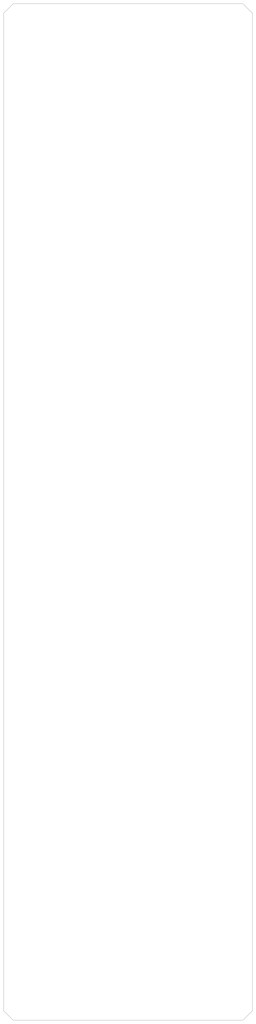
<source format=kicad_pcb>
(kicad_pcb (version 20211014) (generator pcbnew)

  (general
    (thickness 1.6062)
  )

  (paper "A4")
  (layers
    (0 "F.Cu" signal)
    (1 "In1.Cu" signal)
    (2 "In2.Cu" signal)
    (31 "B.Cu" signal)
    (32 "B.Adhes" user "B.Adhesive")
    (33 "F.Adhes" user "F.Adhesive")
    (34 "B.Paste" user)
    (35 "F.Paste" user)
    (36 "B.SilkS" user "B.Silkscreen")
    (37 "F.SilkS" user "F.Silkscreen")
    (38 "B.Mask" user)
    (39 "F.Mask" user)
    (40 "Dwgs.User" user "User.Drawings")
    (41 "Cmts.User" user "User.Comments")
    (42 "Eco1.User" user "User.Eco1")
    (43 "Eco2.User" user "User.Eco2")
    (44 "Edge.Cuts" user)
    (45 "Margin" user)
    (46 "B.CrtYd" user "B.Courtyard")
    (47 "F.CrtYd" user "F.Courtyard")
    (48 "B.Fab" user)
    (49 "F.Fab" user)
    (50 "User.1" user)
    (51 "User.2" user)
    (52 "User.3" user)
    (53 "User.4" user)
    (54 "User.5" user)
    (55 "User.6" user)
    (56 "User.7" user)
    (57 "User.8" user)
    (58 "User.9" user)
  )

  (setup
    (stackup
      (layer "F.SilkS" (type "Top Silk Screen") (color "White"))
      (layer "F.Paste" (type "Top Solder Paste"))
      (layer "F.Mask" (type "Top Solder Mask") (color "Black") (thickness 0.01))
      (layer "F.Cu" (type "copper") (thickness 0.035))
      (layer "dielectric 1" (type "prepreg") (thickness 0.2104) (material "FR4") (epsilon_r 4.5) (loss_tangent 0.02))
      (layer "In1.Cu" (type "copper") (thickness 0.0152))
      (layer "dielectric 2" (type "core") (thickness 1.065) (material "FR4") (epsilon_r 4.5) (loss_tangent 0.02))
      (layer "In2.Cu" (type "copper") (thickness 0.0152))
      (layer "dielectric 3" (type "prepreg") (thickness 0.2104) (material "FR4") (epsilon_r 4.5) (loss_tangent 0.02))
      (layer "B.Cu" (type "copper") (thickness 0.035))
      (layer "B.Mask" (type "Bottom Solder Mask") (color "Black") (thickness 0.01))
      (layer "B.Paste" (type "Bottom Solder Paste"))
      (layer "B.SilkS" (type "Bottom Silk Screen") (color "White"))
      (copper_finish "None")
      (dielectric_constraints no)
    )
    (pad_to_mask_clearance 0)
    (aux_axis_origin 126 21)
    (grid_origin 146 41)
    (pcbplotparams
      (layerselection 0x00010fc_ffffffff)
      (disableapertmacros false)
      (usegerberextensions false)
      (usegerberattributes true)
      (usegerberadvancedattributes true)
      (creategerberjobfile true)
      (svguseinch false)
      (svgprecision 6)
      (excludeedgelayer true)
      (plotframeref false)
      (viasonmask false)
      (mode 1)
      (useauxorigin false)
      (hpglpennumber 1)
      (hpglpenspeed 20)
      (hpglpendiameter 15.000000)
      (dxfpolygonmode true)
      (dxfimperialunits true)
      (dxfusepcbnewfont true)
      (psnegative false)
      (psa4output false)
      (plotreference true)
      (plotvalue true)
      (plotinvisibletext false)
      (sketchpadsonfab false)
      (subtractmaskfromsilk false)
      (outputformat 1)
      (mirror false)
      (drillshape 1)
      (scaleselection 1)
      (outputdirectory "")
    )
  )

  (net 0 "")

  (gr_poly
    (pts
      (xy 165.5 23)
      (xy 165.5 179)
      (xy 164 180.5)
      (xy 128 180.5)
      (xy 126.5 179)
      (xy 126.5 23)
      (xy 128 21.5)
      (xy 164 21.5)
    ) (layer "Edge.Cuts") (width 0.1) (fill none) (tstamp ae85af8d-0385-40e0-a15e-890a063431b3))
  (gr_circle (center 133.3 33.38) (end 133.3 32.11) (layer "User.1") (width 0.15) (fill none) (tstamp 002d9934-c8f6-4e33-bbc3-e9234f6189f4))
  (gr_circle (center 148.54 68.3) (end 149.81 68.3) (layer "User.1") (width 0.15) (fill none) (tstamp 01fcb317-5b01-4c40-9ebd-bfa753a1aaf7))
  (gr_circle (center 158.7 46.08) (end 158.7 44.81) (layer "User.1") (width 0.15) (fill none) (tstamp 023e83de-af62-4d05-a9a3-fa97a16d3291))
  (gr_circle (center 133.3 51.16) (end 133.3 49.89) (layer "User.1") (width 0.15) (fill none) (tstamp 028b0f3f-9b95-415f-9806-a2012f466759))
  (gr_circle (center 151.08 53.7) (end 152.35 53.7) (layer "User.1") (width 0.15) (fill none) (tstamp 04d8c0b9-fd28-4312-95c2-58e88c5ac9b0))
  (gr_circle (center 153.62 28.3) (end 154.89 28.3) (layer "User.1") (width 0.15) (fill none) (tstamp 076857b1-b885-4a0b-8db3-60dcff1d111c))
  (gr_rect (start 157.43 52.43) (end 159.97 29.57) (layer "User.1") (width 0.15) (fill none) (tstamp 07b1ed44-9a28-4334-8e8d-8bd4b53f5e8d))
  (gr_circle (center 146 28.3) (end 147.27 28.3) (layer "User.1") (width 0.15) (fill none) (tstamp 0a318eb1-a61a-42cf-b009-c5111886aae9))
  (gr_circle (center 151.08 108.3) (end 152.35 108.3) (layer "User.1") (width 0.15) (fill none) (tstamp 0b26210c-10da-49b0-b6ba-0deaa3ac969a))
  (gr_circle (center 158.7 166.08) (end 158.7 164.81) (layer "User.1") (width 0.15) (fill none) (tstamp 0bb2a94b-363f-4632-8468-e0921f2db11e))
  (gr_circle (center 158.7 168.62) (end 158.7 167.35) (layer "User.1") (width 0.15) (fill none) (tstamp 0bd387d7-9299-4509-bf6b-9550cd9f3966))
  (gr_circle (center 146 68.3) (end 147.27 68.3) (layer "User.1") (width 0.15) (fill none) (tstamp 0e1b9992-1991-4200-b852-e6c142c03c22))
  (gr_circle (center 158.7 38.46) (end 158.7 37.19) (layer "User.1") (width 0.15) (fill none) (tstamp 0f080dfc-c990-4358-9955-cc56dfa127d9))
  (gr_circle (center 158.7 48.62) (end 158.7 47.35) (layer "User.1") (width 0.15) (fill none) (tstamp 0fa87829-a054-48e5-9f01-293522c3a902))
  (gr_circle (center 158.7 153.38) (end 158.7 152.11) (layer "User.1") (width 0.15) (fill none) (tstamp 10304820-7502-471a-9246-fd1f10d4e363))
  (gr_circle (center 158.7 155.92) (end 158.7 154.65) (layer "User.1") (width 0.15) (fill none) (tstamp 12a811b6-a6be-4467-83eb-7bd939bf21c3))
  (gr_circle (center 146 53.7) (end 147.27 53.7) (layer "User.1") (width 0.15) (fill none) (tstamp 149e3321-4867-4c96-932a-aa4b94134f02))
  (gr_circle (center 140.92 148.3) (end 142.19 148.3) (layer "User.1") (width 0.15) (fill none) (tstamp 18b23273-ced4-4b0b-b6e9-2fabe9e9326d))
  (gr_circle (center 133.3 83.54) (end 133.3 82.27) (layer "User.1") (width 0.15) (fill none) (tstamp 1927e8f7-d5b7-4775-a413-4feba3d32daf))
  (gr_circle (center 133.3 128.62) (end 133.3 127.35) (layer "User.1") (width 0.15) (fill none) (tstamp 1a7032c8-efcb-4cc6-b884-c5aec6b45a52))
  (gr_rect (start 132.03 172.43) (end 134.57 149.57) (layer "User.1") (width 0.15) (fill none) (tstamp 1bcd8851-c80a-47e4-9dd3-ae109678d915))
  (gr_circle (center 158.7 35.92) (end 158.7 34.65) (layer "User.1") (width 0.15) (fill none) (tstamp 1cce4635-2dc7-4081-841c-9950002cf8f4))
  (gr_circle (center 158.7 128.62) (end 158.7 127.35) (layer "User.1") (width 0.15) (fill none) (tstamp 1d3156e4-6f93-4e48-99ab-baf95c0cd233))
  (gr_circle (center 158.7 110.84) (end 158.7 109.57) (layer "User.1") (width 0.15) (fill none) (tstamp 1df3532c-2a29-489b-a2b8-fe6517737b2a))
  (gr_circle (center 138.38 53.7) (end 139.65 53.7) (layer "User.1") (width 0.15) (fill none) (tstamp 2078dde6-d398-4942-9624-11a7540c015e))
  (gr_circle (center 133.3 115.92) (end 133.3 114.65) (layer "User.1") (width 0.15) (fill none) (tstamp 222fa9f9-d1ff-460e-8d72-35ebeeebc3ff))
  (gr_circle (center 158.7 115.92) (end 158.7 114.65) (layer "User.1") (width 0.15) (fill none) (tstamp 24531c32-f560-44b7-bd2b-854a91c5035c))
  (gr_circle (center 158.7 51.16) (end 158.7 49.89) (layer "User.1") (width 0.15) (fill none) (tstamp 2876169e-b1c0-4fe0-9f2f-692cd4336b6b))
  (gr_circle (center 133.3 163.54) (end 133.3 162.27) (layer "User.1") (width 0.15) (fill none) (tstamp 29de83a1-0f13-470b-bf72-d80baca7d295))
  (gr_circle (center 143.46 133.7) (end 144.73 133.7) (layer "User.1") (width 0.15) (fill none) (tstamp 2a6147c7-e0f7-4536-be2a-c47a3e468b6f))
  (gr_circle (center 133.3 126.08) (end 133.3 124.81) (layer "User.1") (width 0.15) (fill none) (tstamp 2cf0fd2f-c2f0-4df6-8a21-1d4c3bd97181))
  (gr_circle (center 151.08 133.7) (end 152.35 133.7) (layer "User.1") (width 0.15) (fill none) (tstamp 2d06fbf0-f12a-4875-888b-5ed99314b6f7))
  (gr_circle (center 133.3 70.84) (end 133.3 69.57) (layer "User.1") (width 0.15) (fill none) (tstamp 2df14e6f-70d3-4aef-8c36-73427fa48a03))
  (gr_circle (center 140.92 68.3) (end 142.19 68.3) (layer "User.1") (width 0.15) (fill none) (tstamp 2ed0a638-b1fc-442a-aaf4-ccaa308a28d4))
  (gr_circle (center 158.7 78.46) (end 158.7 77.19) (layer "User.1") (width 0.15) (fill none) (tstamp 305def08-3718-4934-bdea-2038a6f4d415))
  (gr_circle (center 153.62 68.3) (end 154.89 68.3) (layer "User.1") (width 0.15) (fill none) (tstamp 32d30690-6893-40b2-9065-b5ac7ae21573))
  (gr_circle (center 133.3 81) (end 133.3 79.73) (layer "User.1") (width 0.15) (fill none) (tstamp 335b0821-c55f-4d51-a346-de4e407fe1e0))
  (gr_circle (center 133.3 91.16) (end 133.3 89.89) (layer "User.1") (width 0.15) (fill none) (tstamp 35c43ec2-23e1-4e3d-ae42-35cdfeaf0349))
  (gr_circle (center 143.46 148.3) (end 144.73 148.3) (layer "User.1") (width 0.15) (fill none) (tstamp 3665b21d-bebc-4f41-97d0-5b7ee5ef0a32))
  (gr_circle (center 138.38 173.7) (end 139.65 173.7) (layer "User.1") (width 0.15) (fill none) (tstamp 3697100a-9075-4216-923d-e24761d7d254))
  (gr_circle (center 133.3 123.54) (end 133.3 122.27) (layer "User.1") (width 0.15) (fill none) (tstamp 373878bb-cb17-46d0-b95b-91db6f685a7c))
  (gr_circle (center 133.3 118.46) (end 133.3 117.19) (layer "User.1") (width 0.15) (fill none) (tstamp 38ab934b-0b25-4f1b-bfe3-be9a83c0dd38))
  (gr_circle (center 143.46 93.7) (end 144.73 93.7) (layer "User.1") (width 0.15) (fill none) (tstamp 3af6794c-0cc6-48ea-a3ae-101a67eeba25))
  (gr_circle (center 133.3 153.38) (end 133.3 152.11) (layer "User.1") (width 0.15) (fill none) (tstamp 3cd0ad42-1ad2-4998-95b7-328afe8b0864))
  (gr_circle (center 153.62 148.3) (end 154.89 148.3) (layer "User.1") (width 0.15) (fill none) (tstamp 4326ef9f-6cad-47d6-879f-9f63312daf12))
  (gr_circle (center 158.7 121) (end 158.7 119.73) (layer "User.1") (width 0.15) (fill none) (tstamp 435f1686-7205-4c85-9717-b12fe84c3fa1))
  (gr_circle (center 135.84 28.3) (end 137.11 28.3) (layer "User.1") (width 0.15) (fill none) (tstamp 44fa9f65-2477-41eb-bd00-685a78d765d1))
  (gr_circle (center 146 148.3) (end 147.27 148.3) (layer "User.1") (width 0.15) (fill none) (tstamp 47e20820-b202-4dbd-8f76-87103cfa5ff7))
  (gr_circle (center 158.7 70.84) (end 158.7 69.57) (layer "User.1") (width 0.15) (fill none) (tstamp 4a01c662-0113-4f4f-8980-e377a16c15fb))
  (gr_circle (center 148.54 93.7) (end 149.81 93.7) (layer "User.1") (width 0.15) (fill none) (tstamp 4a26ddf4-8c2b-4182-9cd8-b1f5a342eb45))
  (gr_circle (center 158.7 91.16) (end 158.7 89.89) (layer "User.1") (width 0.15) (fill none) (tstamp 4a772c62-4492-48e1-9224-86d186687b87))
  (gr_circle (center 158.7 41) (end 158.7 39.73) (layer "User.1") (width 0.15) (fill none) (tstamp 4bbf8134-0015-49ac-9a22-521d8c5dcfe2))
  (gr_circle (center 148.54 108.3) (end 149.81 108.3) (layer "User.1") (width 0.15) (fill none) (tstamp 4f7e8f11-fb88-4063-880e-7db9250baeec))
  (gr_rect (start 134.57 132.43) (end 157.43 134.97) (layer "User.1") (width 0.15) (fill none) (tstamp 4f8f5f58-5aa1-4473-b7de-7ee0fa916aa1))
  (gr_circle (center 158.7 131.16) (end 158.7 129.89) (layer "User.1") (width 0.15) (fill none) (tstamp 504eb16d-9d6a-4114-9cf5-bf15aebcdfce))
  (gr_circle (center 138.38 133.7) (end 139.65 133.7) (layer "User.1") (width 0.15) (fill none) (tstamp 5064c975-dc57-4ebe-8f55-df218a22dbc8))
  (gr_circle (center 146 93.7) (end 147.27 93.7) (layer "User.1") (width 0.15) (fill none) (tstamp 52dff273-b57c-4bd9-b7ea-91e8609c6fd0))
  (gr_rect (start 134.57 172.43) (end 157.43 174.97) (layer "User.1") (width 0.15) (fill none) (tstamp 596fcd6b-c009-4636-9559-9e10738a9391))
  (gr_circle (center 135.84 148.3) (end 137.11 148.3) (layer "User.1") (width 0.15) (fill none) (tstamp 59ebcf38-d006-44a4-8d83-12196b44c037))
  (gr_circle (center 158.7 33.38) (end 158.7 32.11) (layer "User.1") (width 0.15) (fill none) (tstamp 5badb200-b537-4b1f-bcd7-e268c39a42cb))
  (gr_circle (center 135.84 93.7) (end 137.11 93.7) (layer "User.1") (width 0.15) (fill none) (tstamp 5c0936bd-5304-427b-ba2f-dec9faded64c))
  (gr_circle (center 133.3 35.92) (end 133.3 34.65) (layer "User.1") (width 0.15) (fill none) (tstamp 5ece3abc-14df-4e17-aea3-74d7874b2172))
  (gr_circle (center 133.3 110.84) (end 133.3 109.57) (layer "User.1") (width 0.15) (fill none) (tstamp 6050dfcc-2122-4a07-baaa-2bba2f6b8306))
  (gr_circle (center 148.54 148.3) (end 149.81 148.3) (layer "User.1") (width 0.15) (fill none) (tstamp 617678aa-a148-45bf-9372-49c6b6d54bfc))
  (gr_circle (center 158.7 126.08) (end 158.7 124.81) (layer "User.1") (width 0.15) (fill none) (tstamp 649bcce4-c03b-4967-9ac1-d71d06e905a0))
  (gr_circle (center 133.3 171.16) (end 133.3 169.89) (layer "User.1") (width 0.15) (fill none) (tstamp 661a83b3-43f9-491a-9a94-917db64e9082))
  (gr_circle (center 148.54 53.7) (end 149.81 53.7) (layer "User.1") (width 0.15) (fill none) (tstamp 68da07ad-f184-46b8-81b5-0ab2e762cfa2))
  (gr_circle (center 140.92 28.3) (end 142.19 28.3) (layer "User.1") (width 0.15) (fill none) (tstamp 6affb22c-39ed-426b-b47f-6b5673049261))
  (gr_circle (center 133.3 46.08) (end 133.3 44.81) (layer "User.1") (width 0.15) (fill none) (tstamp 6cbe0dbf-de1b-4f78-a3bd-0e61028b2bd0))
  (gr_circle (center 158.7 161) (end 158.7 159.73) (layer "User.1") (width 0.15) (fill none) (tstamp 6ce505d2-97f8-46c3-930f-dc3cc47ab3bb))
  (gr_circle (center 133.3 78.46) (end 133.3 77.19) (layer "User.1") (width 0.15) (fill none) (tstamp 6cf199cf-d473-45e7-b5d9-64c9b6532f2f))
  (gr_circle (center 133.3 168.62) (end 133.3 167.35) (layer "User.1") (width 0.15) (fill none) (tstamp 6fde3a4f-0249-4d16-9954-971281e2ff38))
  (gr_circle (center 156.16 148.3) (end 157.43 148.3) (layer "User.1") (width 0.15) (fill none) (tstamp 744a288a-7785-441e-8b0b-9291a63d238a))
  (gr_circle (center 133.3 43.54) (end 133.3 42.27) (layer "User.1") (width 0.15) (fill none) (tstamp 7535a7f5-e263-48a8-9037-6f2fa1d8af9c))
  (gr_rect (start 134.57 67.03) (end 157.43 69.57) (layer "User.1") (width 0.15) (fill none) (tstamp 76c02e84-b8dd-469d-9edb-7f90ce60c5b2))
  (gr_circle (center 158.7 30.84) (end 158.7 29.57) (layer "User.1") (width 0.15) (fill none) (tstamp 7935eebc-b9ea-4d3b-8779-d785a97d723c))
  (gr_rect (start 134.57 147.03) (end 157.43 149.57) (layer "User.1") (width 0.15) (fill none) (tstamp 79c1279d-8267-46b1-be8a-c8440e451c85))
  (gr_rect (start 134.57 27.03) (end 157.43 29.57) (layer "User.1") (width 0.15) (fill none) (tstamp 7cb26442-f4ad-44e3-9b68-d4cce9e4f608))
  (gr_circle (center 156.16 108.3) (end 157.43 108.3) (layer "User.1") (width 0.15) (fill none) (tstamp 7d3354c9-8c50-404c-ad26-63b19d699d54))
  (gr_circle (center 140.92 108.3) (end 142.19 108.3) (layer "User.1") (width 0.15) (fill none) (tstamp 7d8e08fc-123a-4e97-b83c-5e7a1b696f8c))
  (gr_circle (center 138.38 108.3) (end 139.65 108.3) (layer "User.1") (width 0.15) (fill none) (tstamp 7dd67131-d3bf-4832-a74b-1411e7473fac))
  (gr_rect (start 157.43 172.43) (end 159.97 149.57) (layer "User.1") (width 0.15) (fill none) (tstamp 7e741a24-a62f-456b-ad22-52f92f4ad9a9))
  (gr_circle (center 135.84 173.7) (end 137.11 173.7) (layer "User.1") (width 0.15) (fill none) (tstamp 7ee6bd18-38f3-4a8a-8082-0a8257d5fb56))
  (gr_circle (center 158.7 88.62) (end 158.7 87.35) (layer "User.1") (width 0.15) (fill none) (tstamp 7f65594f-35da-4ef5-a019-4ea62e590dbd))
  (gr_circle (center 133.3 121) (end 133.3 119.73) (layer "User.1") (width 0.15) (fill none) (tstamp 803ce9d1-2df5-4eb8-be23-89d642af0855))
  (gr_circle (center 133.3 73.38) (end 133.3 72.11) (layer "User.1") (width 0.15) (fill none) (tstamp 805eb3c2-752b-4d66-a23a-d6a673bb8ab8))
  (gr_circle (center 133.3 75.92) (end 133.3 74.65) (layer "User.1") (width 0.15) (fill none) (tstamp 81870592-36cb-4aaf-9b86-33dd4ec4c312))
  (gr_circle (center 158.7 118.46) (end 158.7 117.19) (layer "User.1") (width 0.15) (fill none) (tstamp 81d06890-c3d1-4234-94b6-6f9f49540b9e))
  (gr_circle (center 158.7 150.84) (end 158.7 149.57) (layer "User.1") (width 0.15) (fill none) (tstamp 82a85a7c-57e4-44a0-aa1e-94490d94dce5))
  (gr_circle (center 151.08 148.3) (end 152.35 148.3) (layer "User.1") (width 0.15) (fill none) (tstamp 882d6bad-1fb2-4b03-8786-fb5569f52394))
  (gr_circle (center 146 173.7) (end 147.27 173.7) (layer "User.1") (width 0.15) (fill none) (tstamp 8c96ce03-cfe4-474a-b6e1-d8f17f2da9a5))
  (gr_circle (center 158.7 113.38) (end 158.7 112.11) (layer "User.1") (width 0.15) (fill none) (tstamp 8f063730-f4a8-4c7a-ace8-04b319e15b0b))
  (gr_rect (start 132.03 132.43) (end 134.57 109.57) (layer "User.1") (width 0.15) (fill none) (tstamp 8f9c6c51-37f9-4b5e-a899-3b62bd2f759f))
  (gr_rect (start 134.57 107.03) (end 157.43 109.57) (layer "User.1") (width 0.15) (fill none) (tstamp 92664f74-a286-4ae9-ac8d-4a5a073d4af4))
  (gr_circle (center 133.3 150.84) (end 133.3 149.57) (layer "User.1") (width 0.15) (fill none) (tstamp 93047044-d27f-40e3-81c6-d2af02916596))
  (gr_circle (center 158.7 158.46) (end 158.7 157.19) (layer "User.1") (width 0.15) (fill none) (tstamp 951d2921-d836-4424-af7d-93c8ad151626))
  (gr_circle (center 133.3 113.38) (end 133.3 112.11) (layer "User.1") (width 0.15) (fill none) (tstamp 956632ec-efd4-4de8-ba2e-abad2c31f7d1))
  (gr_circle (center 133.3 155.92) (end 133.3 154.65) (layer "User.1") (width 0.15) (fill none) (tstamp 99c224fe-0f9e-455e-baf2-9bdb35c175bf))
  (gr_circle (center 138.38 68.3) (end 139.65 68.3) (layer "User.1") (width 0.15) (fill none) (tstamp 9aaba86e-ce29-49d9-900e-3e9630e4e7d9))
  (gr_circle (center 156.16 53.7) (end 157.43 53.7) (layer "User.1") (width 0.15) (fill none) (tstamp 9be582bc-40ea-4803-bfa0-585998db1641))
  (gr_circle (center 135.84 108.3) (end 137.11 108.3) (layer "User.1") (width 0.15) (fill none) (tstamp 9ddefcdb-e23b-4f2c-8c16-c70394d9a604))
  (gr_circle (center 158.7 163.54) (end 158.7 162.27) (layer "User.1") (width 0.15) (fill none) (tstamp 9e44be9d-53ec-4048-9539-96c364478092))
  (gr_circle (center 140.92 173.7) (end 142.19 173.7) (layer "User.1") (width 0.15) (fill none) (tstamp 9e631a73-d41f-449b-b76a-26ea034a27e8))
  (gr_circle (center 156.16 28.3) (end 157.43 28.3) (layer "User.1") (width 0.15) (fill none) (tstamp 9e8812a0-35e6-4a8e-8963-f33111361433))
  (gr_circle (center 133.3 161) (end 133.3 159.73) (layer "User.1") (width 0.15) (fill none) (tstamp a0f6265c-959f-4745-83ef-46c2be5bfed9))
  (gr_rect (start 157.43 92.43) (end 159.97 69.57) (layer "User.1") (width 0.15) (fill none) (tstamp a489e066-ff42-4f36-8422-e95dcfe2bad0))
  (gr_circle (center 158.7 43.54) (end 158.7 42.27) (layer "User.1") (width 0.15) (fill none) (tstamp a873b4ec-14ed-4f61-bb24-0bdc2f47ccc2))
  (gr_circle (center 135.84 133.7) (end 137.11 133.7) (layer "User.1") (width 0.15) (fill none) (tstamp aae7186f-7f02-4b7b-983f-dcb1bda69523))
  (gr_circle (center 140.92 133.7) (end 142.19 133.7) (layer "User.1") (width 0.15) (fill none) (tstamp b11f1ccb-1c76-4206-a464-a157e27d51aa))
  (gr_circle (center 140.92 93.7) (end 142.19 93.7) (layer "User.1") (width 0.15) (fill none) (tstamp b2e7d780-c72c-434f-a7a3-a549cc9b6ea2))
  (gr_circle (center 146 108.3) (end 147.27 108.3) (layer "User.1") (width 0.15) (fill none) (tstamp b4ef57d6-2281-4224-94e3-15f23f1d70ab))
  (gr_circle (center 148.54 173.7) (end 149.81 173.7) (layer "User.1") (width 0.15) (fill none) (tstamp b88e7001-df7a-4838-8d4a-8ffed8cd842e))
  (gr_circle (center 151.08 93.7) (end 152.35 93.7) (layer "User.1") (width 0.15) (fill none) (tstamp ba51a0be-73db-4237-b3a0-2c55e01d994a))
  (gr_circle (center 133.3 158.46) (end 133.3 157.19) (layer "User.1") (width 0.15) (fill none) (tstamp bc8b70bd-04ef-4752-a5a4-0ea8c473ced1))
  (gr_circle (center 133.3 38.46) (end 133.3 37.19) (layer "User.1") (width 0.15) (fill none) (tstamp bd0209be-e7ea-42a5-96b3-d808e4806df1))
  (gr_circle (center 135.84 68.3) (end 137.11 68.3) (layer "User.1") (width 0.15) (fill none) (tstamp bf8ee4a5-66a4-4af5-8c91-c97d383c1888))
  (gr_rect (start 132.03 52.43) (end 134.57 29.57) (layer "User.1") (width 0.15) (fill none) (tstamp c24d159b-5367-47b4-8355-4e8aa4aff730))
  (gr_circle (center 158.7 73.38) (end 158.7 72.11) (layer "User.1") (width 0.15) (fill none) (tstamp c63701e2-87c9-458c-bb0c-6abf22525995))
  (gr_circle (center 156.16 68.3) (end 157.43 68.3) (layer "User.1") (width 0.15) (fill none) (tstamp c72e3dd2-8443-4ba4-99fb-17cad6b0ff97))
  (gr_circle (center 133.3 41) (end 133.3 39.73) (layer "User.1") (width 0.15) (fill none) (tstamp c8472d16-18c1-4c53-a380-ba42c968dc4f))
  (gr_circle (center 156.16 173.7) (end 157.43 173.7) (layer "User.1") (width 0.15) (fill none) (tstamp c962ec98-a207-4df5-a207-f0a15071a64a))
  (gr_circle (center 158.7 86.08) (end 158.7 84.81) (layer "User.1") (width 0.15) (fill none) (tstamp cbca6088-799b-48bf-b298-cb70ef89203e))
  (gr_circle (center 140.92 53.7) (end 142.19 53.7) (layer "User.1") (width 0.15) (fill none) (tstamp cd7e8386-9233-4658-8804-b9f559c92d3a))
  (gr_circle (center 138.38 148.3) (end 139.65 148.3) (layer "User.1") (width 0.15) (fill none) (tstamp ce5d8b98-b418-4f79-af48-43e32c0c53de))
  (gr_circle (center 146 133.7) (end 147.27 133.7) (layer "User.1") (width 0.15) (fill none) (tstamp ce721b1c-54f4-4a82-b48d-a900f380d974))
  (gr_circle (center 158.7 171.16) (end 158.7 169.89) (layer "User.1") (width 0.15) (fill none) (tstamp ceb8ba2b-db54-4efa-8399-47ad6912a76f))
  (gr_rect (start 134.57 52.43) (end 157.43 54.97) (layer "User.1") (width 0.15) (fill none) (tstamp cfdd9c0d-cd37-439a-909d-b8a2edd51242))
  (gr_circle (center 133.3 48.62) (end 133.3 47.35) (layer "User.1") (width 0.15) (fill none) (tstamp d05f3ed3-02e5-403a-b38e-46d4cc9c20c5))
  (gr_circle (center 143.46 108.3) (end 144.73 108.3) (layer "User.1") (width 0.15) (fill none) (tstamp d24ff043-407b-42c8-8296-3fca8d5f0f35))
  (gr_circle (center 151.08 173.7) (end 152.35 173.7) (layer "User.1") (width 0.15) (fill none) (tstamp d3efe9a0-557f-4d48-b993-a6fd49278662))
  (gr_circle (center 156.16 93.7) (end 157.43 93.7) (layer "User.1") (width 0.15) (fill none) (tstamp d7593d5d-08e8-4843-b8be-95911e33988b))
  (gr_rect (start 134.57 92.43) (end 157.43 94.97) (layer "User.1") (width 0.15) (fill none) (tstamp d7950417-61bb-40bc-9166-f10117d3e63a))
  (gr_circle (center 133.3 131.16) (end 133.3 129.89) (layer "User.1") (width 0.15) (fill none) (tstamp d7ef6afe-84c2-412d-add9-2c79805a05d9))
  (gr_circle (center 151.08 28.3) (end 152.35 28.3) (layer "User.1") (width 0.15) (fill none) (tstamp d9a6595b-93c6-4120-9036-60ddaba5e740))
  (gr_circle (center 143.46 53.7) (end 144.73 53.7) (layer "User.1") (width 0.15) (fill none) (tstamp da0b77f4-2fe0-45a0-972c-c860bad039b8))
  (gr_circle (center 158.7 75.92) (end 158.7 74.65) (layer "User.1") (width 0.15) (fill none) (tstamp da11a8dd-4697-4add-9db9-dafc4c1da2c7))
  (gr_circle (center 133.3 88.62) (end 133.3 87.35) (layer "User.1") (width 0.15) (fill none) (tstamp dd90c149-9fd7-4c65-bf96-7fe431837f3e))
  (gr_circle (center 158.7 81) (end 158.7 79.73) (layer "User.1") (width 0.15) (fill none) (tstamp df259311-2c0c-451f-98ad-4784b244c7f0))
  (gr_circle (center 158.7 83.54) (end 158.7 82.27) (layer "User.1") (width 0.15) (fill none) (tstamp e2015bc5-1655-4c83-86a1-7f11661bbfe7))
  (gr_circle (center 133.3 30.84) (end 133.3 29.57) (layer "User.1") (width 0.15) (fill none) (tstamp e415ddc3-c0dc-4555-9b92-4db24d3eff2a))
  (gr_circle (center 133.3 86.08) (end 133.3 84.81) (layer "User.1") (width 0.15) (fill none) (tstamp e53a7e4c-4be8-4f2a-951b-d0aabd0d66d0))
  (gr_circle (center 153.62 108.3) (end 154.89 108.3) (layer "User.1") (width 0.15) (fill none) (tstamp e845a7c5-6f65-4671-846d-603445aec4be))
  (gr_circle (center 143.46 28.3) (end 144.73 28.3) (layer "User.1") (width 0.15) (fill none) (tstamp e88a8610-76d0-4116-8deb-41226f89eed9))
  (gr_circle (center 138.38 28.3) (end 139.65 28.3) (layer "User.1") (width 0.15) (fill none) (tstamp ea411cba-c717-419a-b472-28a0a978c8f5))
  (gr_circle (center 153.62 173.7) (end 154.89 173.7) (layer "User.1") (width 0.15) (fill none) (tstamp ecfbb02b-9521-498c-b175-c31b05fb1a2c))
  (gr_circle (center 148.54 28.3) (end 149.81 28.3) (layer "User.1") (width 0.15) (fill none) (tstamp ee2f96be-c55e-4f5c-bf83-f64f42267ff8))
  (gr_circle (center 138.38 93.7) (end 139.65 93.7) (layer "User.1") (width 0.15) (fill none) (tstamp f0f5cb0d-6ca6-464a-8e2a-b8b6d92990a4))
  (gr_circle (center 156.16 133.7) (end 157.43 133.7) (layer "User.1") (width 0.15) (fill none) (tstamp f1478a82-a6e4-4651-89d7-246e365420c5))
  (gr_circle (center 133.3 166.08) (end 133.3 164.81) (layer "User.1") (width 0.15) (fill none) (tstamp f2142bd4-28a0-41ee-bf62-471d5c006026))
  (gr_circle (center 135.84 53.7) (end 137.11 53.7) (layer "User.1") (width 0.15) (fill none) (tstamp f26cffa6-7cc2-4003-abc4-95d98abc5125))
  (gr_circle (center 143.46 68.3) (end 144.73 68.3) (layer "User.1") (width 0.15) (fill none) (tstamp f4a80ebb-1fe2-45f5-bc62-54113f6a059d))
  (gr_circle (center 143.46 173.7) (end 144.73 173.7) (layer "User.1") (width 0.15) (fill none) (tstamp f7a382de-bb0d-4c5a-8214-f8fd14385be0))
  (gr_circle (center 153.62 53.7) (end 154.89 53.7) (layer "User.1") (width 0.15) (fill none) (tstamp f8065909-de93-43f0-8e29-9be17bb14eaf))
  (gr_rect (start 132.03 92.43) (end 134.57 69.57) (layer "User.1") (width 0.15) (fill none) (tstamp f8565309-92b7-42c9-bba0-2b83730e0c4a))
  (gr_circle (center 153.62 93.7) (end 154.89 93.7) (layer "User.1") (width 0.15) (fill none) (tstamp f9815c9f-4cd8-4763-ae6d-c78e11b9f26f))
  (gr_circle (center 158.7 123.54) (end 158.7 122.27) (layer "User.1") (width 0.15) (fill none) (tstamp f9b9d399-3212-47fe-baea-916b073f3d81))
  (gr_circle (center 153.62 133.7) (end 154.89 133.7) (layer "User.1") (width 0.15) (fill none) (tstamp fb6f165c-19dd-4002-b8ef-f26ccdee0a57))
  (gr_circle (center 151.08 68.3) (end 152.35 68.3) (layer "User.1") (width 0.15) (fill none) (tstamp fb881089-e0ea-4396-a05a-bc7c0bfa2967))
  (gr_rect (start 157.43 132.43) (end 159.97 109.57) (layer "User.1") (width 0.15) (fill none) (tstamp fcd401e8-1fc9-448d-aef7-3755da48b370))
  (gr_circle (center 148.54 133.7) (end 149.81 133.7) (layer "User.1") (width 0.15) (fill none) (tstamp fd3b6fb4-1de0-48ab-b659-f11b924c07e7))
  (gr_rect (start 126 21) (end 166 61) (layer "User.8") (width 0.15) (fill none) (tstamp 1c83bd42-0034-452f-984c-359e4b56b0ac))
  (gr_rect (start 126 141) (end 166 181) (layer "User.8") (width 0.15) (fill none) (tstamp 4092fa4a-7404-4b9a-8c5d-fdf7f7348cc1))
  (gr_rect (start 126 101) (end 166 141) (layer "User.8") (width 0.15) (fill none) (tstamp bfacbf38-1cc2-43c4-aa33-98699178426f))
  (gr_rect (start 126 61) (end 166 101) (layer "User.8") (width 0.15) (fill none) (tstamp f8a9e49a-790d-45d6-9c74-7af5034f9820))
  (gr_text "SCL" (at 148.54 25.061428 270) (layer "User.1") (tstamp 00d84f7f-e019-43ee-a6f7-42af0584c70b)
    (effects (font (size 1.5 1) (thickness 0.2)))
  )
  (gr_text "GND" (at 162.37 150.84) (layer "User.1") (tstamp 041197c6-e057-4fd9-883f-e6b322108cb6)
    (effects (font (size 1.5 1) (thickness 0.2)))
  )
  (gr_text "SCLK" (at 153.62 177.867143 90) (layer "User.1") (tstamp 04595cbc-d36f-451d-a9c5-6ceaa7d07605)
    (effects (font (size 1.5 1) (thickness 0.2)))
  )
  (gr_text "GPIO" (at 162.608096 86.08) (layer "User.1") (tstamp 0488f17a-9f71-42b7-84ac-071d2e447056)
    (effects (font (size 1.5 1) (thickness 0.2)))
  )
  (gr_text "SCLK" (at 153.62 97.867143 90) (layer "User.1") (tstamp 059420cc-832b-4608-ae49-2d1f763488bf)
    (effects (font (size 1.5 1) (thickness 0.2)))
  )
  (gr_text "GND" (at 162.37 110.84) (layer "User.1") (tstamp 069eb022-4859-4ea9-99e2-33b43b84c969)
    (effects (font (size 1.5 1) (thickness 0.2)))
  )
  (gr_text "MISO" (at 151.08 97.795714 90) (layer "User.1") (tstamp 073898a4-604c-47a4-bda4-3fefbcbfd20d)
    (effects (font (size 1.5 1) (thickness 0.2)))
  )
  (gr_text "GND" (at 129.251905 91.16) (layer "User.1") (tstamp 078b8533-d5e2-46a1-8b9f-3a28a362eccb)
    (effects (font (size 1.5 1) (thickness 0.2)))
  )
  (gr_text "GND" (at 153.62 104.918571 270) (layer "User.1") (tstamp 0be7726c-32cd-4249-ab25-23a08146b06a)
    (effects (font (size 1.5 1) (thickness 0.2)))
  )
  (gr_text "SCLK" (at 128.894762 88.62) (layer "User.1") (tstamp 0eba5675-caef-44dc-a093-c949f3f50333)
    (effects (font (size 1.5 1) (thickness 0.2)))
  )
  (gr_text "GPIO" (at 151.08 104.680476 270) (layer "User.1") (tstamp 10272d79-c654-4f5c-a810-76b5d458b2ff)
    (effects (font (size 1.5 1) (thickness 0.2)))
  )
  (gr_text "SCL" (at 129.394762 38.46) (layer "User.1") (tstamp 12290910-e1c4-4f12-a089-9b99be24c1fc)
    (effects (font (size 1.5 1) (thickness 0.2)))
  )
  (gr_text "MISO" (at 151.08 57.795714 90) (layer "User.1") (tstamp 14eb863b-9320-40b7-bcfb-2820753e6985)
    (effects (font (size 1.5 1) (thickness 0.2)))
  )
  (gr_text "SCL" (at 162.227143 83.54) (layer "User.1") (tstamp 15a37a6b-edc7-47c8-a85a-99252a972345)
    (effects (font (size 1.5 1) (thickness 0.2)))
  )
  (gr_text "SCLK" (at 138.38 144.561428 270) (layer "User.1") (tstamp 1607b420-b201-4539-8e0d-dd2b2c76edd3)
    (effects (font (size 1.5 1) (thickness 0.2)))
  )
  (gr_text "GPIO" (at 140.92 57.748095 90) (layer "User.1") (tstamp 17d5c74d-93f8-4091-b7ac-e6caff4897b2)
    (effects (font (size 1.5 1) (thickness 0.2)))
  )
  (gr_text "GND" (at 156.16 137.51 90) (layer "User.1") (tstamp 181e1c6d-c5f0-4098-ae4d-3d83e76acf8b)
    (effects (font (size 1.5 1) (thickness 0.2)))
  )
  (gr_text "GPIO" (at 151.08 144.680476 270) (layer "User.1") (tstamp 1b6e74a1-0b75-4786-be6f-b7269e55043e)
    (effects (font (size 1.5 1) (thickness 0.2)))
  )
  (gr_text "MOSI" (at 162.655715 158.46) (layer "User.1") (tstamp 1c26f826-b7e6-42d5-be66-284bb0ba947e)
    (effects (font (size 1.5 1) (thickness 0.2)))
  )
  (gr_text "SDA" (at 146 25.037619 270) (layer "User.1") (tstamp 1e5a9261-1a2d-468e-87ac-6aadc251e151)
    (effects (font (size 1.5 1) (thickness 0.2)))
  )
  (gr_text "Vcc" (at 162.131905 51.16) (layer "User.1") (tstamp 1e8f8ce2-b17c-4b64-8fa7-6f1492c0551e)
    (effects (font (size 1.5 1) (thickness 0.2)))
  )
  (gr_text "MISO" (at 128.966191 166.08) (layer "User.1") (tstamp 2302c915-ca49-400b-b81a-aaed2b606807)
    (effects (font (size 1.5 1) (thickness 0.2)))
  )
  (gr_text "SDA" (at 129.370953 41) (layer "User.1") (tstamp 23b8c23a-2853-40c3-a53a-30fd914fa018)
    (effects (font (size 1.5 1) (thickness 0.2)))
  )
  (gr_text "MISO" (at 128.966191 46.08) (layer "User.1") (tstamp 24485594-06f1-4f4f-813a-edf2c9ea9d9c)
    (effects (font (size 1.5 1) (thickness 0.2)))
  )
  (gr_text "SDA" (at 146 177.390952 90) (layer "User.1") (tstamp 2565b6db-4e70-4794-9712-f0c49145b8dc)
    (effects (font (size 1.5 1) (thickness 0.2)))
  )
  (gr_text "SDA" (at 129.370953 81) (layer "User.1") (tstamp 257c4405-1b09-49f7-8223-d776d3dd946e)
    (effects (font (size 1.5 1) (thickness 0.2)))
  )
  (gr_text "SDA" (at 129.370953 161) (layer "User.1") (tstamp 267621c8-aa85-4d18-9ce9-0297b377fe1e)
    (effects (font (size 1.5 1) (thickness 0.2)))
  )
  (gr_text "GND" (at 129.251905 73.38) (layer "User.1") (tstamp 29f4f5f4-6aa1-472f-989b-3a6c5069a091)
    (effects (font (size 1.5 1) (thickness 0.2)))
  )
  (gr_text "MOSI" (at 143.46 64.632857 270) (layer "User.1") (tstamp 2a59d2c2-e329-406c-9c9f-77bf15bfb52d)
    (effects (font (size 1.5 1) (thickness 0.2)))
  )
  (gr_text "SDA" (at 162.250953 41) (layer "User.1") (tstamp 2bfbe799-3f9f-4879-91b2-b68af38a849c)
    (effects (font (size 1.5 1) (thickness 0.2)))
  )
  (gr_text "GND" (at 156.16 177.51 90) (layer "User.1") (tstamp 32131f9d-f8a3-45ac-963f-ec9f502eb77e)
    (effects (font (size 1.5 1) (thickness 0.2)))
  )
  (gr_text "MISO" (at 151.08 177.795714 90) (layer "User.1") (tstamp 39619947-2ad7-48c5-9f11-0d06c6bb6aa8)
    (effects (font (size 1.5 1) (thickness 0.2)))
  )
  (gr_text "GND" (at 153.62 24.918571 270) (layer "User.1") (tstamp 398c083a-543b-4a7e-af36-8162e3176b7a)
    (effects (font (size 1.5 1) (thickness 0.2)))
  )
  (gr_text "GND" (at 162.37 168.62) (layer "User.1") (tstamp 3a728376-78ac-4dc8-a085-1f82a13d2107)
    (effects (font (size 1.5 1) (thickness 0.2)))
  )
  (gr_text "Vcc" (at 129.49 110.84) (layer "User.1") (tstamp 41aa5024-5369-413c-8d01-ba828322f650)
    (effects (font (size 1.5 1) (thickness 0.2)))
  )
  (gr_text "GND" (at 135.84 64.918571 270) (layer "User.1") (tstamp 41cbd27f-9ac7-4c59-832f-ab715ab6ce3b)
    (effects (font (size 1.5 1) (thickness 0.2)))
  )
  (gr_text "SCLK" (at 162.727143 73.38) (layer "User.1") (tstamp 420959d5-42b8-4e14-abdc-9508179d739d)
    (effects (font (size 1.5 1) (thickness 0.2)))
  )
  (gr_text "SCL" (at 148.54 145.061428 270) (layer "User.1") (tstamp 439f6fbb-b606-4c49-b3b1-3c2e00086d8c)
    (effects (font (size 1.5 1) (thickness 0.2)))
  )
  (gr_text "Vcc" (at 135.84 137.271905 90) (layer "User.1") (tstamp 48858737-c9ae-486d-aa98-ff79b065ad05)
    (effects (font (size 1.5 1) (thickness 0.2)))
  )
  (gr_text "GND" (at 135.84 144.918571 270) (layer "User.1") (tstamp 4a242b84-5c0e-4cb6-b2f4-cede9ff3d811)
    (effects (font (size 1.5 1) (thickness 0.2)))
  )
  (gr_text "SDA" (at 146 137.390952 90) (layer "User.1") (tstamp 4ede6937-e3a5-40f9-bfeb-c8734c364396)
    (effects (font (size 1.5 1) (thickness 0.2)))
  )
  (gr_text "MISO" (at 162.655715 115.92) (layer "User.1") (tstamp 51d23038-d078-4035-b89f-267fd12bfcb5)
    (effects (font (size 1.5 1) (thickness 0.2)))
  )
  (gr_text "GND" (at 162.37 128.62) (layer "User.1") (tstamp 52adcd31-0c5f-4460-a2df-b21c02142d48)
    (effects (font (size 1.5 1) (thickness 0.2)))
  )
  (gr_text "MOSI" (at 143.46 24.632857 270) (layer "User.1") (tstamp 534a6fd7-2291-45d2-aedb-05a2b291fa9e)
    (effects (font (size 1.5 1) (thickness 0.2)))
  )
  (gr_text "SCL" (at 143.46 137.367143 90) (layer "User.1") (tstamp 55865886-bf76-4f26-9b31-33ae7944b22e)
    (effects (font (size 1.5 1) (thickness 0.2)))
  )
  (gr_text "GPIO" (at 151.08 64.680476 270) (layer "User.1") (tstamp 55cd033f-574b-4f0f-8f05-9a8fe3c9274d)
    (effects (font (size 1.5 1) (thickness 0.2)))
  )
  (gr_text "MOSI" (at 148.54 97.795714 90) (layer "User.1") (tstamp 57132f99-633a-4692-9c67-097a50849230)
    (effects (font (size 1.5 1) (thickness 0.2)))
  )
  (gr_text "SCL" (at 148.54 65.061428 270) (layer "User.1") (tstamp 586896eb-9395-4d17-8349-a2975f9c5a0f)
    (effects (font (size 1.5 1) (thickness 0.2)))
  )
  (gr_text "GND" (at 138.38 177.51 90) (layer "User.1") (tstamp 5d56fc90-52f5-46fc-8935-7b52591ff3a6)
    (effects (font (size 1.5 1) (thickness 0.2)))
  )
  (gr_text "GND" (at 156.16 57.51 90) (layer "User.1") (tstamp 5f9e0c87-7085-4be2-b4d2-fe0c138ddc54)
    (effects (font (size 1.5 1) (thickness 0.2)))
  )
  (gr_text "SCLK" (at 153.62 137.867143 90) (layer "User.1") (tstamp 60a6a863-84a5-40a3-83bf-241d5b73c4be)
    (effects (font (size 1.5 1) (thickness 0.2)))
  )
  (gr_text "Vcc" (at 156.16 65.156666 270) (layer "User.1") (tstamp 61711cae-3003-4871-bc56-22c2802d565e)
    (effects (font (size 1.5 1) (thickness 0.2)))
  )
  (gr_text "GND" (at 156.16 97.51 90) (layer "User.1") (tstamp 6258e0c5-ca11-44fb-ba63-5443f5ce7494)
    (effects (font (size 1.5 1) (thickness 0.2)))
  )
  (gr_text "Vcc" (at 129.49 30.84) (layer "User.1") (tstamp 633aafcb-e7f5-4f49-b90e-2af365a07e52)
    (effects (font (size 1.5 1) (thickness 0.2)))
  )
  (gr_text "SDA" (at 162.250953 81) (layer "User.1") (tstamp 6484d55c-8c00-4d34-aa99-5ada1d07c2b7)
    (effects (font (size 1.5 1) (thickness 0.2)))
  )
  (gr_text "GND" (at 162.37 48.62) (layer "User.1") (tstamp 64fc2e66-2059-4563-a207-07d8616ff941)
    (effects (font (size 1.5 1) (thickness 0.2)))
  )
  (gr_text "Vcc" (at 162.131905 91.16) (layer "User.1") (tstamp 66b8b575-abfb-4022-a38a-0ceed40a7c3e)
    (effects (font (size 1.5 1) (thickness 0.2)))
  )
  (gr_text "MOSI" (at 143.46 104.632857 270) (layer "User.1") (tstamp 67c08ac4-e20f-4ecf-984b-cca023b4008a)
    (effects (font (size 1.5 1) (thickness 0.2)))
  )
  (gr_text "SCLK" (at 162.727143 33.38) (layer "User.1") (tstamp 69bf5cfc-e633-4146-96ae-dfa77f9d20a4)
    (effects (font (size 1.5 1) (thickness 0.2)))
  )
  (gr_text "GND" (at 162.37 88.62) (layer "User.1") (tstamp 6a852d35-42bb-457e-b9c2-33e37be4a15e)
    (effects (font (size 1.5 1) (thickness 0.2)))
  )
  (gr_text "Vcc" (at 135.84 57.271905 90) (layer "User.1") (tstamp 6c608c13-3af0-4f88-b421-9eb1b57171f0)
    (effects (font (size 1.5 1) (thickness 0.2)))
  )
  (gr_text "GND" (at 153.62 64.918571 270) (layer "User.1") (tstamp 6d4868a0-a024-45dc-b8e9-4904bc18ecd7)
    (effects (font (size 1.5 1) (thickness 0.2)))
  )
  (gr_text "Vcc" (at 129.49 150.84) (layer "User.1") (tstamp 70e3b68a-2280-40db-b60a-77bfd7cdc435)
    (effects (font (size 1.5 1) (thickness 0.2)))
  )
  (gr_text "MOSI" (at 162.655715 78.46) (layer "User.1") (tstamp 740d015f-89fc-407a-af87-67f444c7f778)
    (effects (font (size 1.5 1) (thickness 0.2)))
  )
  (gr_text "SCLK" (at 138.38 104.561428 270) (layer "User.1") (tstamp 74747ab4-9e69-4480-b55d-caad63bffbd5)
    (effects (font (size 1.5 1) (thickness 0.2)))
  )
  (gr_text "MOSI" (at 162.655715 38.46) (layer "User.1") (tstamp 7647c44c-c873-41f1-8d0e-0d9f1c0ad5e7)
    (effects (font (size 1.5 1) (thickness 0.2)))
  )
  (gr_text "Vcc" (at 135.84 97.271905 90) (layer "User.1") (tstamp 79124dbe-1278-4509-abcf-fb220bd040d8)
    (effects (font (size 1.5 1) (thickness 0.2)))
  )
  (gr_text "SDA" (at 162.250953 121) (layer "User.1") (tstamp 7aba1966-3bdb-46f7-8484-f02dbe488d42)
    (effects (font (size 1.5 1) (thickness 0.2)))
  )
  (gr_text "GND" (at 129.251905 113.38) (layer "User.1") (tstamp 7bad90b6-ef39-4894-bc85-5784b1e5e240)
    (effects (font (size 1.5 1) (thickness 0.2)))
  )
  (gr_text "GND" (at 162.37 70.84) (layer "User.1") (tstamp 7ef59f46-9100-4fbf-bfc4-a85b02c4fc65)
    (effects (font (size 1.5 1) (thickness 0.2)))
  )
  (gr_text "SCL" (at 143.46 97.367143 90) (layer "User.1") (tstamp 809fd339-7a2c-4537-9ba0-4e7b4e64faa3)
    (effects (font (size 1.5 1) (thickness 0.2)))
  )
  (gr_text "GPIO" (at 151.08 24.680476 270) (layer "User.1") (tstamp 81b27742-cf6e-4d80-bc89-6e63b90fc87e)
    (effects (font (size 1.5 1) (thickness 0.2)))
  )
  (gr_text "SCL" (at 129.394762 158.46) (layer "User.1") (tstamp 8307ace6-0d84-444f-86ab-705fcbccf859)
    (effects (font (size 1.5 1) (thickness 0.2)))
  )
  (gr_text "MISO" (at 128.966191 86.08) (layer "User.1") (tstamp 84bdd4bb-52c7-4e24-a7cb-691eb3d689fe)
    (effects (font (size 1.5 1) (thickness 0.2)))
  )
  (gr_text "SCL" (at 129.394762 118.46) (layer "User.1") (tstamp 859e2872-6cfa-4264-8aa3-526830011def)
    (effects (font (size 1.5 1) (thickness 0.2)))
  )
  (gr_text "GPIO" (at 129.01381 35.92) (layer "User.1") (tstamp 8797612e-14ed-44eb-a090-2a8aad427753)
    (effects (font (size 1.5 1) (thickness 0.2)))
  )
  (gr_text "MISO" (at 162.655715 155.92) (layer "User.1") (tstamp 88457c63-d1c0-4317-8270-3a5683943bc8)
    (effects (font (size 1.5 1) (thickness 0.2)))
  )
  (gr_text "SDA" (at 146 65.037619 270) (layer "User.1") (tstamp 88c750df-a36f-458c-87df-bb76065a52da)
    (effects (font (size 1.5 1) (thickness 0.2)))
  )
  (gr_text "SCL" (at 143.46 177.367143 90) (layer "User.1") (tstamp 89f63877-dd6b-4b59-ade9-edcf1e72cf66)
    (effects (font (size 1.5 1) (thickness 0.2)))
  )
  (gr_text "MISO" (at 140.92 64.632857 270) (layer "User.1") (tstamp 8b0ddb85-3432-4feb-acc7-14b7cae95f07)
    (effects (font (size 1.5 1) (thickness 0.2)))
  )
  (gr_text "MOSI" (at 143.46 144.632857 270) (layer "User.1") (tstamp 8b1141f3-43c0-4f82-83cc-4a5dfef29312)
    (effects (font (size 1.5 1) (thickness 0.2)))
  )
  (gr_text "SDA" (at 146 145.037619 270) (layer "User.1") (tstamp 8b88fe65-6b12-48e0-9562-e0b3898e9924)
    (effects (font (size 1.5 1) (thickness 0.2)))
  )
  (gr_text "GND" (at 153.62 144.918571 270) (layer "User.1") (tstamp 91270a1f-7b87-4276-ae9b-d7360cbdf9f6)
    (effects (font (size 1.5 1) (thickness 0.2)))
  )
  (gr_text "GPIO" (at 140.92 97.748095 90) (layer "User.1") (tstamp 9397fc58-060b-4d8c-92c9-58862fcb6b0f)
    (effects (font (size 1.5 1) (thickness 0.2)))
  )
  (gr_text "MISO" (at 151.08 137.795714 90) (layer "User.1") (tstamp 95c935cc-edc6-4882-8802-e1321d7eb043)
    (effects (font (size 1.5 1) (thickness 0.2)))
  )
  (gr_text "SDA" (at 146 97.390952 90) (layer "User.1") (tstamp 9749baba-5b18-4672-afd9-157f0ba684fd)
    (effects (font (size 1.5 1) (thickness 0.2)))
  )
  (gr_text "SCLK" (at 162.727143 153.38) (layer "User.1") (tstamp 996c0afa-a214-4264-bedc-bb0372307822)
    (effects (font (size 1.5 1) (thickness 0.2)))
  )
  (gr_text "GPIO" (at 129.01381 115.92) (layer "User.1") (tstamp 9dbf00fb-6b76-4b84-a5de-cc37eff5369b)
    (effects (font (size 1.5 1) (thickness 0.2)))
  )
  (gr_text "SCLK" (at 138.38 24.561428 270) (layer "User.1") (tstamp 9e192c3c-4868-46fd-95df-fe3024dab556)
    (effects (font (size 1.5 1) (thickness 0.2)))
  )
  (gr_text "GND" (at 138.38 137.51 90) (layer "User.1") (tstamp 9e6da2e5-69b4-4767-b680-49fcd1a48b01)
    (effects (font (size 1.5 1) (thickness 0.2)))
  )
  (gr_text "GPIO" (at 140.92 137.748095 90) (layer "User.1") (tstamp 9f4e4c87-d835-455f-ae79-9208c0620fce)
    (effects (font (size 1.5 1) (thickness 0.2)))
  )
  (gr_text "MOSI" (at 128.966191 83.54) (layer "User.1") (tstamp a1c305ad-69cc-4fa3-9c83-789879988b50)
    (effects (font (size 1.5 1) (thickness 0.2)))
  )
  (gr_text "Vcc" (at 162.131905 131.16) (layer "User.1") (tstamp a1e27810-faa7-46d3-b59a-67677e20c4eb)
    (effects (font (size 1.5 1) (thickness 0.2)))
  )
  (gr_text "GND" (at 135.84 24.918571 270) (layer "User.1") (tstamp a4e40831-f196-49bf-9cc1-2543da57796f)
    (effects (font (size 1.5 1) (thickness 0.2)))
  )
  (gr_text "SCLK" (at 162.727143 113.38) (layer "User.1") (tstamp a7291b11-9b31-4402-8270-cef56d3ee1b1)
    (effects (font (size 1.5 1) (thickness 0.2)))
  )
  (gr_text "GPIO" (at 162.608096 166.08) (layer "User.1") (tstamp a7ece1ce-be6f-46a2-92ff-c5263a7e14ec)
    (effects (font (size 1.5 1) (thickness 0.2)))
  )
  (gr_text "GND" (at 162.37 30.84) (layer "User.1") (tstamp a81f4c46-d378-4466-83b6-4344c989b8aa)
    (effects (font (size 1.5 1) (thickness 0.2)))
  )
  (gr_text "GND" (at 129.251905 51.16) (layer "User.1") (tstamp aa344668-cce5-43ad-a8ee-d46a709d4349)
    (effects (font (size 1.5 1) (thickness 0.2)))
  )
  (gr_text "GPIO" (at 129.01381 75.92) (layer "User.1") (tstamp adde1c77-79d6-42b5-b69b-fde9c2c5e6ec)
    (effects (font (size 1.5 1) (thickness 0.2)))
  )
  (gr_text "GND" (at 129.251905 153.38) (layer "User.1") (tstamp b0e493e1-a761-415c-8f16-0759142ddaae)
    (effects (font (size 1.5 1) (thickness 0.2)))
  )
  (gr_text "MISO" (at 162.655715 35.92) (layer "User.1") (tstamp b116ab13-f13d-44e5-bfff-a98e71fb3005)
    (effects (font (size 1.5 1) (thickness 0.2)))
  )
  (gr_text "GND" (at 129.251905 131.16) (layer "User.1") (tstamp b2a72efe-81c1-467f-8601-08106a08e891)
    (effects (font (size 1.5 1) (thickness 0.2)))
  )
  (gr_text "SCLK" (at 128.894762 48.62) (layer "User.1") (tstamp b3781123-3187-48a3-85dc-d86e4def0d6a)
    (effects (font (size 1.5 1) (thickness 0.2)))
  )
  (gr_text "SDA" (at 146 105.037619 270) (layer "User.1") (tstamp b42fb4d0-d001-454c-95e3-a9c7cfcc9b99)
    (effects (font (size 1.5 1) (thickness 0.2)))
  )
  (gr_text "MOSI" (at 128.966191 163.54) (layer "User.1") (tstamp b430c391-0955-416b-a862-12e828aa9041)
    (effects (font (size 1.5 1) (thickness 0.2)))
  )
  (gr_text "Vcc" (at 156.16 145.156666 270) (layer "User.1") (tstamp b501925e-b0b9-4210-b14c-2250fe04d517)
    (effects (font (size 1.5 1) (thickness 0.2)))
  )
  (gr_text "MISO" (at 140.92 144.632857 270) (layer "User.1") (tstamp b5a99c20-0f91-4738-9ba4-ec63cdeeb02b)
    (effects (font (size 1.5 1) (thickness 0.2)))
  )
  (gr_text "SCL" (at 162.227143 163.54) (layer "User.1") (tstamp b679d369-0563-43b7-8cd1-ac454fe47ef6)
    (effects (font (size 1.5 1) (thickness 0.2)))
  )
  (gr_text "Vcc" (at 135.84 177.271905 90) (layer "User.1") (tstamp b762bdca-4d44-4599-b18f-3f21433e9729)
    (effects (font (size 1.5 1) (thickness 0.2)))
  )
  (gr_text "SCLK" (at 128.894762 168.62) (layer "User.1") (tstamp ba46b053-724c-4db7-9bc1-464b52670dec)
    (effects (font (size 1.5 1) (thickness 0.2)))
  )
  (gr_text "SCL" (at 143.46 57.367143 90) (layer "User.1") (tstamp ba7e4c01-b49f-4f75-81b0-e07a7dcbc254)
    (effects (font (size 1.5 1) (thickness 0.2)))
  )
  (gr_text "SCL" (at 162.227143 43.54) (layer "User.1") (tstamp be26a336-afa5-4bd0-a09c-4d49fd861063)
    (effects (font (size 1.5 1) (thickness 0.2)))
  )
  (gr_text "Vcc" (at 156.16 25.156666 270) (layer "User.1") (tstamp beb14b88-6059-4458-8fae-c6f945561b2e)
    (effects (font (size 1.5 1) (thickness 0.2)))
  )
  (gr_text "SCL" (at 162.227143 123.54) (layer "User.1") (tstamp bf6f8f89-312c-4f63-90ee-e88d4c5a7865)
    (effects (font (size 1.5 1) (thickness 0.2)))
  )
  (gr_text "SDA" (at 129.370953 121) (layer "User.1") (tstamp c440eaad-eca7-4f37-8b43-54f9171a5822)
    (effects (font (size 1.5 1) (thickness 0.2)))
  )
  (gr_text "SCL" (at 129.394762 78.46) (layer "User.1") (tstamp cd41dfd9-cb0e-4c98-8375-456aaa025df9)
    (effects (font (size 1.5 1) (thickness 0.2)))
  )
  (gr_text "GPIO" (at 140.92 177.748095 90) (layer "User.1") (tstamp cdb10c46-1949-4069-b4e7-bd295b81d25b)
    (effects (font (size 1.5 1) (thickness 0.2)))
  )
  (gr_text "MOSI" (at 128.966191 43.54) (layer "User.1") (tstamp d190d7a3-7bf5-42db-8c6f-15b2790a1189)
    (effects (font (size 1.5 1) (thickness 0.2)))
  )
  (gr_text "SCLK" (at 128.894762 128.62) (layer "User.1") (tstamp d1f91d29-2384-4bae-8d4c-1dba744c781e)
    (effects (font (size 1.5 1) (thickness 0.2)))
  )
  (gr_text "MOSI" (at 162.655715 118.46) (layer "User.1") (tstamp d553577d-6bc7-47b1-9e1e-e622b7fe862c)
    (effects (font (size 1.5 1) (thickness 0.2)))
  )
  (gr_text "GPIO" (at 162.608096 46.08) (layer "User.1") (tstamp d65786d8-a5ff-437f-a9de-ccf21d718cdd)
    (effects (font (size 1.5 1) (thickness 0.2)))
  )
  (gr_text "MISO" (at 128.966191 126.08) (layer "User.1") (tstamp da5d26e4-dfce-4d02-ac06-a7bb423a24bc)
    (effects (font (size 1.5 1) (thickness 0.2)))
  )
  (gr_text "GPIO" (at 129.01381 155.92) (layer "User.1") (tstamp daaaf13b-ee04-4dee-867d-7e556ae678f9)
    (effects (font (size 1.5 1) (thickness 0.2)))
  )
  (gr_text "MISO" (at 162.655715 75.92) (layer "User.1") (tstamp dcbb56ac-864c-4365-bd9e-249c417f9f71)
    (effects (font (size 1.5 1) (thickness 0.2)))
  )
  (gr_text "MISO" (at 140.92 24.632857 270) (layer "User.1") (tstamp dcd94cb2-89ab-4b48-ac77-4ae3c4ab9610)
    (effects (font (size 1.5 1) (thickness 0.2)))
  )
  (gr_text "Vcc" (at 129.49 70.84) (layer "User.1") (tstamp ded1b16c-fe73-4409-950d-2af2d14abdfb)
    (effects (font (size 1.5 1) (thickness 0.2)))
  )
  (gr_text "GPIO" (at 162.608096 126.08) (layer "User.1") (tstamp e563b3c3-82b1-441e-a71d-e33bd77483d6)
    (effects (font (size 1.5 1) (thickness 0.2)))
  )
  (gr_text "SCL" (at 148.54 105.061428 270) (layer "User.1") (tstamp e5af935d-0d4f-46a3-a448-43b14388d77c)
    (effects (font (size 1.5 1) (thickness 0.2)))
  )
  (gr_text "GND" (at 138.38 97.51 90) (layer "User.1") (tstamp e957c673-ce28-4dca-9b61-9a56bc824e20)
    (effects (font (size 1.5 1) (thickness 0.2)))
  )
  (gr_text "MOSI" (at 148.54 177.795714 90) (layer "User.1") (tstamp e9e5296f-48d2-4d34-82c6-9cf73a494010)
    (effects (font (size 1.5 1) (thickness 0.2)))
  )
  (gr_text "SDA" (at 146 57.390952 90) (layer "User.1") (tstamp ec882588-38e9-4b96-ba2f-e00a762357f3)
    (effects (font (size 1.5 1) (thickness 0.2)))
  )
  (gr_text "SDA" (at 162.250953 161) (layer "User.1") (tstamp ed64a9d0-fbe6-40cd-a490-a9382ae71f99)
    (effects (font (size 1.5 1) (thickness 0.2)))
  )
  (gr_text "MOSI" (at 148.54 137.795714 90) (layer "User.1") (tstamp edb34c1e-e2ff-4481-92a3-0fa2fdc969b1)
    (effects (font (size 1.5 1) (thickness 0.2)))
  )
  (gr_text "GND" (at 135.84 104.918571 270) (layer "User.1") (tstamp ee021e0e-9bf0-4f31-9e51-231f5333e7ee)
    (effects (font (size 1.5 1) (thickness 0.2)))
  )
  (gr_text "MOSI" (at 128.966191 123.54) (layer "User.1") (tstamp f1b0abea-1ff0-4ebf-a126-3ff9bf187342)
    (effects (font (size 1.5 1) (thickness 0.2)))
  )
  (gr_text "Vcc" (at 162.131905 171.16) (layer "User.1") (tstamp f22d44f6-8e96-4292-b117-9fd4f486a498)
    (effects (font (size 1.5 1) (thickness 0.2)))
  )
  (gr_text "MOSI" (at 148.54 57.795714 90) (layer "User.1") (tstamp f254e24e-739a-4b0e-ba6a-40bb5c8df93f)
    (effects (font (size 1.5 1) (thickness 0.2)))
  )
  (gr_text "Vcc" (at 156.16 105.156666 270) (layer "User.1") (tstamp f39d9543-0cbb-4f02-b869-173e55e16cb0)
    (effects (font (size 1.5 1) (thickness 0.2)))
  )
  (gr_text "GND" (at 129.251905 33.38) (layer "User.1") (tstamp f44cc862-d425-4144-8846-d84278a3c917)
    (effects (font (size 1.5 1) (thickness 0.2)))
  )
  (gr_text "MISO" (at 140.92 104.632857 270) (layer "User.1") (tstamp f6be13f8-7938-424e-9a67-9af356e75b00)
    (effects (font (size 1.5 1) (thickness 0.2)))
  )
  (gr_text "GND" (at 129.251905 171.16) (layer "User.1") (tstamp fcf4731f-3fc3-450f-b918-feaaa78b6714)
    (effects (font (size 1.5 1) (thickness 0.2)))
  )
  (gr_text "SCLK" (at 153.62 57.867143 90) (layer "User.1") (tstamp fd6f4b2d-5eea-4884-90d8-74a86766ae4e)
    (effects (font (size 1.5 1) (thickness 0.2)))
  )
  (gr_text "SCLK" (at 138.38 64.561428 270) (layer "User.1") (tstamp fdd32796-4f40-4b08-88df-ad1344b960e1)
    (effects (font (size 1.5 1) (thickness 0.2)))
  )
  (gr_text "GND" (at 138.38 57.51 90) (layer "User.1") (tstamp fef37495-1c7d-474c-ba11-d084926782f2)
    (effects (font (size 1.5 1) (thickness 0.2)))
  )

  (group "" (id 045a6811-612b-4d60-840c-1431b2814d8f)
    (members
      2a6147c7-e0f7-4536-be2a-c47a3e468b6f
      2d06fbf0-f12a-4875-888b-5ed99314b6f7
      4f8f5f58-5aa1-4473-b7de-7ee0fa916aa1
      5064c975-dc57-4ebe-8f55-df218a22dbc8
      aae7186f-7f02-4b7b-983f-dcb1bda69523
      b11f1ccb-1c76-4206-a464-a157e27d51aa
      ce721b1c-54f4-4a82-b48d-a900f380d974
      f1478a82-a6e4-4651-89d7-246e365420c5
      fb6f165c-19dd-4002-b8ef-f26ccdee0a57
      fd3b6fb4-1de0-48ab-b659-f11b924c07e7
    )
  )
  (group "" (id 08d6152b-d27b-454b-96a6-cd83d5d4355e)
    (members
      04d8c0b9-fd28-4312-95c2-58e88c5ac9b0
      149e3321-4867-4c96-932a-aa4b94134f02
      2078dde6-d398-4942-9624-11a7540c015e
      68da07ad-f184-46b8-81b5-0ab2e762cfa2
      9be582bc-40ea-4803-bfa0-585998db1641
      cd7e8386-9233-4658-8804-b9f559c92d3a
      cfdd9c0d-cd37-439a-909d-b8a2edd51242
      da0b77f4-2fe0-45a0-972c-c860bad039b8
      f26cffa6-7cc2-4003-abc4-95d98abc5125
      f8065909-de93-43f0-8e29-9be17bb14eaf
    )
  )
  (group "" (id 0c7d5897-3797-43f6-a58f-986c2a21f98c)
    (members
      0b26210c-10da-49b0-b6ba-0deaa3ac969a
      4f7e8f11-fb88-4063-880e-7db9250baeec
      7d3354c9-8c50-404c-ad26-63b19d699d54
      7d8e08fc-123a-4e97-b83c-5e7a1b696f8c
      7dd67131-d3bf-4832-a74b-1411e7473fac
      92664f74-a286-4ae9-ac8d-4a5a073d4af4
      9ddefcdb-e23b-4f2c-8c16-c70394d9a604
      b4ef57d6-2281-4224-94e3-15f23f1d70ab
      d24ff043-407b-42c8-8296-3fca8d5f0f35
      e845a7c5-6f65-4671-846d-603445aec4be
    )
  )
  (group "" (id 11ceb65f-66a9-4f5b-bad6-f9e625811606)
    (members
      076857b1-b885-4a0b-8db3-60dcff1d111c
      0a318eb1-a61a-42cf-b009-c5111886aae9
      44fa9f65-2477-41eb-bd00-685a78d765d1
      6affb22c-39ed-426b-b47f-6b5673049261
      7cb26442-f4ad-44e3-9b68-d4cce9e4f608
      9e8812a0-35e6-4a8e-8963-f33111361433
      d9a6595b-93c6-4120-9036-60ddaba5e740
      e88a8610-76d0-4116-8deb-41226f89eed9
      ea411cba-c717-419a-b472-28a0a978c8f5
      ee2f96be-c55e-4f5c-bf83-f64f42267ff8
    )
  )
  (group "" (id 1ccd1453-ec34-4abd-baba-981096c9a5f6)
    (members
      1d3156e4-6f93-4e48-99ab-baf95c0cd233
      1df3532c-2a29-489b-a2b8-fe6517737b2a
      24531c32-f560-44b7-bd2b-854a91c5035c
      435f1686-7205-4c85-9717-b12fe84c3fa1
      504eb16d-9d6a-4114-9cf5-bf15aebcdfce
      649bcce4-c03b-4967-9ac1-d71d06e905a0
      81d06890-c3d1-4234-94b6-6f9f49540b9e
      8f063730-f4a8-4c7a-ace8-04b319e15b0b
      f9b9d399-3212-47fe-baea-916b073f3d81
      fcd401e8-1fc9-448d-aef7-3755da48b370
    )
  )
  (group "" (id 2324bb65-e8b6-47aa-b2f8-47635beb0794)
    (members
      3697100a-9075-4216-923d-e24761d7d254
      596fcd6b-c009-4636-9559-9e10738a9391
      7ee6bd18-38f3-4a8a-8082-0a8257d5fb56
      8c96ce03-cfe4-474a-b6e1-d8f17f2da9a5
      9e631a73-d41f-449b-b76a-26ea034a27e8
      b88e7001-df7a-4838-8d4a-8ffed8cd842e
      c962ec98-a207-4df5-a207-f0a15071a64a
      d3efe9a0-557f-4d48-b993-a6fd49278662
      ecfbb02b-9521-498c-b175-c31b05fb1a2c
      f7a382de-bb0d-4c5a-8214-f8fd14385be0
    )
  )
  (group "" (id 4cdbb5f9-5ae1-4429-969c-e108103e7c6a)
    (members
      18b23273-ced4-4b0b-b6e9-2fabe9e9326d
      3665b21d-bebc-4f41-97d0-5b7ee5ef0a32
      4326ef9f-6cad-47d6-879f-9f63312daf12
      47e20820-b202-4dbd-8f76-87103cfa5ff7
      59ebcf38-d006-44a4-8d83-12196b44c037
      617678aa-a148-45bf-9372-49c6b6d54bfc
      744a288a-7785-441e-8b0b-9291a63d238a
      79c1279d-8267-46b1-be8a-c8440e451c85
      882d6bad-1fb2-4b03-8786-fb5569f52394
      ce5d8b98-b418-4f79-af48-43e32c0c53de
    )
  )
  (group "" (id 6fe759a9-3b1e-440a-913f-6dd1e1ad6ba1)
    (members
      3af6794c-0cc6-48ea-a3ae-101a67eeba25
      4a26ddf4-8c2b-4182-9cd8-b1f5a342eb45
      52dff273-b57c-4bd9-b7ea-91e8609c6fd0
      5c0936bd-5304-427b-ba2f-dec9faded64c
      b2e7d780-c72c-434f-a7a3-a549cc9b6ea2
      ba51a0be-73db-4237-b3a0-2c55e01d994a
      d7593d5d-08e8-4843-b8be-95911e33988b
      d7950417-61bb-40bc-9166-f10117d3e63a
      f0f5cb0d-6ca6-464a-8e2a-b8b6d92990a4
      f9815c9f-4cd8-4763-ae6d-c78e11b9f26f
    )
  )
  (group "" (id 740ee2d3-ba29-4753-b6a9-2c255129f253)
    (members
      1a7032c8-efcb-4cc6-b884-c5aec6b45a52
      222fa9f9-d1ff-460e-8d72-35ebeeebc3ff
      2cf0fd2f-c2f0-4df6-8a21-1d4c3bd97181
      373878bb-cb17-46d0-b95b-91db6f685a7c
      38ab934b-0b25-4f1b-bfe3-be9a83c0dd38
      6050dfcc-2122-4a07-baaa-2bba2f6b8306
      803ce9d1-2df5-4eb8-be23-89d642af0855
      8f9c6c51-37f9-4b5e-a899-3b62bd2f759f
      956632ec-efd4-4de8-ba2e-abad2c31f7d1
      d7ef6afe-84c2-412d-add9-2c79805a05d9
    )
  )
  (group "" (id 77c1d2cc-3392-4a07-9674-5dd3fba87463)
    (members
      023e83de-af62-4d05-a9a3-fa97a16d3291
      07b1ed44-9a28-4334-8e8d-8bd4b53f5e8d
      0f080dfc-c990-4358-9955-cc56dfa127d9
      0fa87829-a054-48e5-9f01-293522c3a902
      1cce4635-2dc7-4081-841c-9950002cf8f4
      2876169e-b1c0-4fe0-9f2f-692cd4336b6b
      4bbf8134-0015-49ac-9a22-521d8c5dcfe2
      5badb200-b537-4b1f-bcd7-e268c39a42cb
      7935eebc-b9ea-4d3b-8779-d785a97d723c
      a873b4ec-14ed-4f61-bb24-0bdc2f47ccc2
    )
  )
  (group "" (id 85a24844-948b-4d09-ace6-99abe64bd93c)
    (members
      002d9934-c8f6-4e33-bbc3-e9234f6189f4
      028b0f3f-9b95-415f-9806-a2012f466759
      5ece3abc-14df-4e17-aea3-74d7874b2172
      6cbe0dbf-de1b-4f78-a3bd-0e61028b2bd0
      7535a7f5-e263-48a8-9037-6f2fa1d8af9c
      bd0209be-e7ea-42a5-96b3-d808e4806df1
      c24d159b-5367-47b4-8355-4e8aa4aff730
      c8472d16-18c1-4c53-a380-ba42c968dc4f
      d05f3ed3-02e5-403a-b38e-46d4cc9c20c5
      e415ddc3-c0dc-4555-9b92-4db24d3eff2a
    )
  )
  (group "" (id 8f280dda-2631-4f86-9d54-84aa983a612c)
    (members
      1bcd8851-c80a-47e4-9dd3-ae109678d915
      29de83a1-0f13-470b-bf72-d80baca7d295
      3cd0ad42-1ad2-4998-95b7-328afe8b0864
      661a83b3-43f9-491a-9a94-917db64e9082
      6fde3a4f-0249-4d16-9954-971281e2ff38
      93047044-d27f-40e3-81c6-d2af02916596
      99c224fe-0f9e-455e-baf2-9bdb35c175bf
      a0f6265c-959f-4745-83ef-46c2be5bfed9
      bc8b70bd-04ef-4752-a5a4-0ea8c473ced1
      f2142bd4-28a0-41ee-bf62-471d5c006026
    )
  )
  (group "" (id a7675e61-87a7-4eea-92f4-baa8d06e7da1)
    (members
      1927e8f7-d5b7-4775-a413-4feba3d32daf
      2df14e6f-70d3-4aef-8c36-73427fa48a03
      335b0821-c55f-4d51-a346-de4e407fe1e0
      35c43ec2-23e1-4e3d-ae42-35cdfeaf0349
      6cf199cf-d473-45e7-b5d9-64c9b6532f2f
      805eb3c2-752b-4d66-a23a-d6a673bb8ab8
      81870592-36cb-4aaf-9b86-33dd4ec4c312
      dd90c149-9fd7-4c65-bf96-7fe431837f3e
      e53a7e4c-4be8-4f2a-951b-d0aabd0d66d0
      f8565309-92b7-42c9-bba0-2b83730e0c4a
    )
  )
  (group "" (id d7fc9033-1991-4999-947e-49a7616f156d)
    (members
      01fcb317-5b01-4c40-9ebd-bfa753a1aaf7
      0e1b9992-1991-4200-b852-e6c142c03c22
      2ed0a638-b1fc-442a-aaf4-ccaa308a28d4
      32d30690-6893-40b2-9065-b5ac7ae21573
      76c02e84-b8dd-469d-9edb-7f90ce60c5b2
      9aaba86e-ce29-49d9-900e-3e9630e4e7d9
      bf8ee4a5-66a4-4af5-8c91-c97d383c1888
      c72e3dd2-8443-4ba4-99fb-17cad6b0ff97
      f4a80ebb-1fe2-45f5-bc62-54113f6a059d
      fb881089-e0ea-4396-a05a-bc7c0bfa2967
    )
  )
  (group "" (id f52e8f0c-bbab-44c4-ba4f-f7cebb329ade)
    (members
      0bb2a94b-363f-4632-8468-e0921f2db11e
      0bd387d7-9299-4509-bf6b-9550cd9f3966
      10304820-7502-471a-9246-fd1f10d4e363
      12a811b6-a6be-4467-83eb-7bd939bf21c3
      6ce505d2-97f8-46c3-930f-dc3cc47ab3bb
      7e741a24-a62f-456b-ad22-52f92f4ad9a9
      82a85a7c-57e4-44a0-aa1e-94490d94dce5
      951d2921-d836-4424-af7d-93c8ad151626
      9e44be9d-53ec-4048-9539-96c364478092
      ceb8ba2b-db54-4efa-8399-47ad6912a76f
    )
  )
  (group "" (id fdf211ac-6559-4d3c-8ac7-d909cc30471c)
    (members
      305def08-3718-4934-bdea-2038a6f4d415
      4a01c662-0113-4f4f-8980-e377a16c15fb
      4a772c62-4492-48e1-9224-86d186687b87
      7f65594f-35da-4ef5-a019-4ea62e590dbd
      a489e066-ff42-4f36-8422-e95dcfe2bad0
      c63701e2-87c9-458c-bb0c-6abf22525995
      cbca6088-799b-48bf-b298-cb70ef89203e
      da11a8dd-4697-4add-9db9-dafc4c1da2c7
      df259311-2c0c-451f-98ad-4784b244c7f0
      e2015bc5-1655-4c83-86a1-7f11661bbfe7
    )
  )
)

</source>
